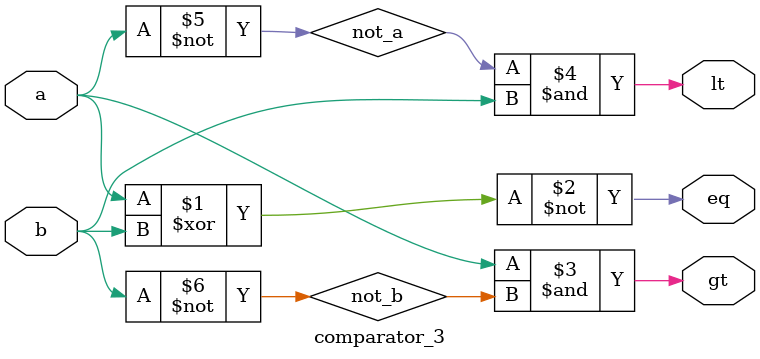
<source format=v>
module comparator_3(a, b, gt, lt, eq);
   input a, b;
   output gt, lt, eq;
   wire   a, b, not_a, not_b; 
   wire 	  gt, lt, eq; 
   not( not_a, a );
   not( not_b, b );
   xnor( eq, a, b );
   and( gt, a, not_b );
   and (lt, not_a, b);
endmodule
</source>
